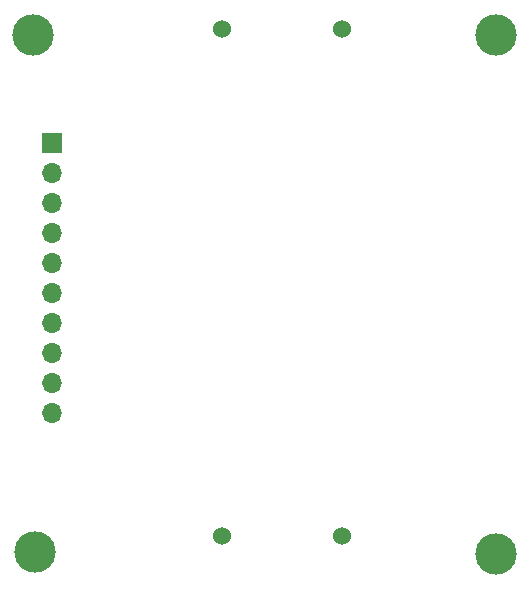
<source format=gbr>
G04 #@! TF.FileFunction,Soldermask,Bot*
%FSLAX46Y46*%
G04 Gerber Fmt 4.6, Leading zero omitted, Abs format (unit mm)*
G04 Created by KiCad (PCBNEW 4.0.7) date Wednesday, December 20, 2017 'PMt' 05:08:58 PM*
%MOMM*%
%LPD*%
G01*
G04 APERTURE LIST*
%ADD10C,0.100000*%
%ADD11C,1.524000*%
%ADD12R,1.700000X1.700000*%
%ADD13O,1.700000X1.700000*%
%ADD14C,3.500000*%
G04 APERTURE END LIST*
D10*
D11*
X109220000Y-128270000D03*
X119380000Y-128270000D03*
X109220000Y-85344000D03*
X119380000Y-85344000D03*
D12*
X94869000Y-94996000D03*
D13*
X94869000Y-97536000D03*
X94869000Y-100076000D03*
X94869000Y-102616000D03*
X94869000Y-105156000D03*
X94869000Y-107696000D03*
X94869000Y-110236000D03*
X94869000Y-112776000D03*
X94869000Y-115316000D03*
X94869000Y-117856000D03*
D14*
X93263720Y-85885020D03*
X132473700Y-85813900D03*
X93405960Y-129664460D03*
X132473700Y-129819400D03*
M02*

</source>
